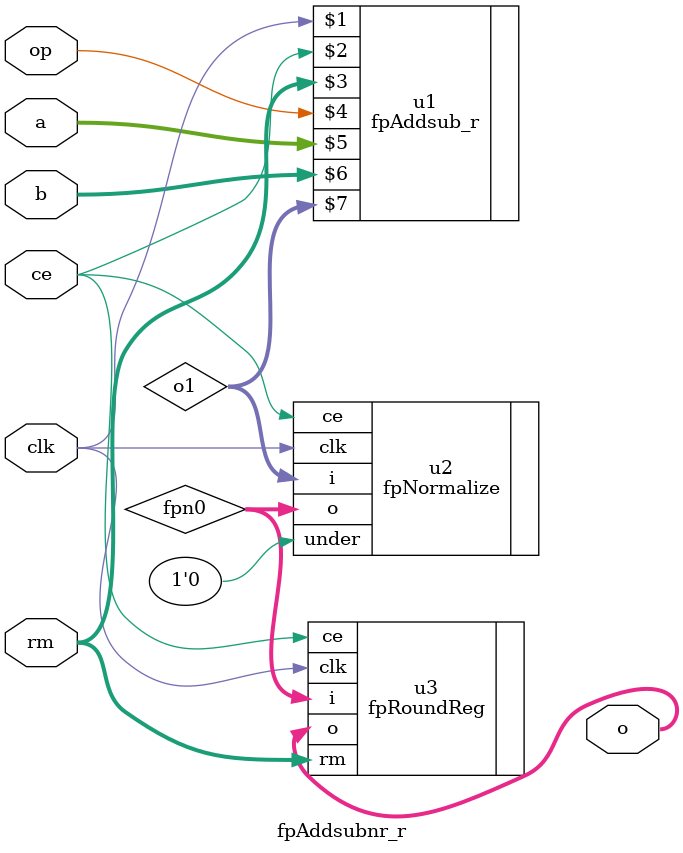
<source format=v>
`timescale 1ns / 1ps

module fpAddsub(clk, ce, rm, op, a, b, o);
parameter FPWID = 128;
localparam MSB = FPWID-1;
localparam EMSB = FPWID==128 ? 14 :
                  FPWID==96 ? 14 :
                  FPWID==80 ? 14 :
                  FPWID==64 ? 10 :
				  FPWID==52 ? 10 :
				  FPWID==48 ? 11 :
				  FPWID==44 ? 10 :
				  FPWID==42 ? 10 :
				  FPWID==40 ?  9 :
				  FPWID==32 ?  7 :
				  FPWID==24 ?  6 : 4;
localparam FMSB = FPWID==128 ? 111 :
                  FPWID==96 ? 79 :
                  FPWID==80 ? 63 :
                  FPWID==64 ? 51 :
				  FPWID==52 ? 39 :
				  FPWID==48 ? 34 :
				  FPWID==44 ? 31 :
				  FPWID==42 ? 29 :
				  FPWID==40 ? 28 :
				  FPWID==32 ? 22 :
				  FPWID==24 ? 15 : 9;

localparam FX = (FMSB+2)*2-1;	// the MSB of the expanded fraction
localparam EX = FX + 1 + EMSB + 1 + 1 - 1;

input clk;		// system clock
input ce;		// core clock enable
input [2:0] rm;	// rounding mode
input op;		// operation 0 = add, 1 = subtract
input [FPWID-1:0] a;	// operand a
input [FPWID-1:0] b;	// operand b
output [EX:0] o;	// output

wire so;			// sign output
wire [EMSB:0] xo;	// de normalized exponent output
wire [FX:0] mo;	// mantissa output

assign o = {so,xo,mo};

// - - - - - - - - - - - - - - - - - - - - - - - - - - - - - - - - - - - - - - 
// Clock edge #1
// - Decompose inputs into more digestible values.
// - - - - - - - - - - - - - - - - - - - - - - - - - - - - - - - - - - - - - - 
wire [FPWID-1:0] a1;
wire [FPWID-1:0] b1;
wire sa1, sb1;
wire [EMSB:0] xa1, xb1;
wire [FMSB:0] ma1, mb1;
wire [FMSB+1:0] fracta1, fractb1;
wire adn1, bdn1;		// a,b denormalized ?
wire xaInf1, xbInf1;
wire aInf1, bInf1;
wire aNan1, bNan1;
wire az1, bz1;	// operand a,b is zero
reg op1;

fpDecompReg #(FPWID) u1a (.clk(clk), .ce(ce), .i(a), .o(a1), .sgn(sa1), .exp(xa1), .man(ma1), .fract(fracta1), .xz(adn1), .vz(az1), .xinf(xaInf1), .inf(aInf1), .nan(aNan1) );
fpDecompReg #(FPWID) u1b (.clk(clk), .ce(ce), .i(b), .o(b1), .sgn(sb1), .exp(xb1), .man(mb1), .fract(fractb1), .xz(bdn1), .vz(bz1), .xinf(xbInf1), .inf(bInf1), .nan(bNan1) );
delay1 #(1)  dop1(.clk(clk), .ce(ce), .i(op), .o(op1) );

// - - - - - - - - - - - - - - - - - - - - - - - - - - - - - - - - - - - - - - 
// Clock edge #2
// - - - - - - - - - - - - - - - - - - - - - - - - - - - - - - - - - - - - - - 
reg xabeq2;
reg mabeq2;
reg anbz2;
reg xabInf2;
wire [EMSB:0] xa2, xb2;
wire [FMSB:0] ma2, mb2;
// operands sign,exponent,mantissa
wire [FMSB+1:0] fracta2, fractb2;
wire az2, bz2;	// operand a,b is zero
reg xa_gt_xb2;
reg var2;
reg [EMSB:0] xad2;
reg [EMSB:0] xbd2;
reg realOp2;

delay1 #(EMSB+1)  dxa2(.clk(clk), .ce(ce), .i(xa1), .o(xa2) );
delay1 #(EMSB+1)  dxb2(.clk(clk), .ce(ce), .i(xb1), .o(xb2) );
delay1 #(FMSB+1)  dma2(.clk(clk), .ce(ce), .i(ma1), .o(ma2) );
delay1 #(FMSB+1)  dmb2(.clk(clk), .ce(ce), .i(mb1), .o(mb2) );
delay1 #(1)  daz2(.clk(clk), .ce(ce), .i(az1), .o(az2) );
delay1 #(1)  dbz2(.clk(clk), .ce(ce), .i(bz1), .o(bz2) );
delay1 #(FMSB+2)  dfracta2(.clk(clk), .ce(ce), .i(fracta1), .o(fracta2) );
delay1 #(FMSB+2)  dfractb2(.clk(clk), .ce(ce), .i(fractb1), .o(fractb2) );

always @(posedge clk)
	if (ce) xa_gt_xb2 <= xa1 > xb1;
always @(posedge clk)
	if (ce) var2 <= (xa1==xb1 && ma1 > mb1);
always @(posedge clk)
	if (ce) xad2 <= xa1|adn1;	// operand a exponent, compensated for denormalized numbers
always @(posedge clk)
	if (ce) xbd2 <= xb1|bdn1;	// operand b exponent, compensated for denormalized numbers
always @(posedge clk)
	if (ce) xabeq2 <= xa1==xb1;
always @(posedge clk)
	if (ce) mabeq2 <= ma1==mb1;
always @(posedge clk)
	if (ce) anbz2 <= az1 & bz1;
always @(posedge clk)
	if (ce) xabInf2 <= xaInf1 & xbInf1;
always @(posedge clk)
	if (ce) anbInf2 <= aInf1 & bInf1;

// Figure out which operation is really needed an add or
// subtract ?
// If the signs are the same, use the orignal op,
// otherwise flip the operation
//  a +  b = add,+
//  a + -b = sub, so of larger
// -a +  b = sub, so of larger
// -a + -b = add,-
//  a -  b = sub, so of larger
//  a - -b = add,+
// -a -  b = add,-
// -a - -b = sub, so of larger
always @(posedge clk)
	if (ce) realOp2 <= op1 ^ sa1 ^ sb1;

// - - - - - - - - - - - - - - - - - - - - - - - - - - - - - - - - - - - - - - 
// Clock edge #3
// - - - - - - - - - - - - - - - - - - - - - - - - - - - - - - - - - - - - - - 
wire [EMSB:0] xa3, xb3;
reg xa_gt_xb3;
reg x_gt_b3;
reg xabInf3;
wire sa3,sb3;
wire op3;
wire [2:0] rm3;
reg [EMSB:0] xdiff3;
// which has greater magnitude ? Used for sign calc
reg a_gt_b3;
reg resZero3;
reg [FMSB+1:0] mfs3;

delay1 #(EMSB+1)  dxa3(.clk(clk), .ce(ce), .i(xa2), .o(xa3));
delay1 #(EMSB+1)  dxb3(.clk(clk), .ce(ce), .i(xb2), .o(xb3));
delay1 #(1) dxabInf2(.clk(clk), .ce(ce), .i(xabInf2), .o(xabInf3));
delay1 #(1) dxagtxb2(.clk(clk), .ce(ce), .i(xa_gt_xb2), .o(xa_gt_xb3));
delay2 #(1) dsa2(.clk(clk), .ce(ce), .i(sa1), .o(sa3));
delay2 #(1) dsb2(.clk(clk), .ce(ce), .i(sb1), .o(sb3));
delay2 #(1) dop2(.clk(clk), .ce(ce), .i(op1), .o(op3));
delay3 #(3) drm2(.clk(clk), .ce(ce), .i(rm), .o(rm3));

always @(posedge clk)
	if (ce) a_gt_b3 <= xa_gt_xb2 || var2;
// Find out if the result will be zero.
always @(posedge clk)
	if (ce) resZero3 <= (realOp2 & xabeq2 & mabeq2) |	anbz2;	// subtract, same magnitude, 	both a,b zero

// Compute the difference in exponents, provides shift amount
always @(posedge clk)
	if (ce) xdiff3 <= xa_gt_xb2 ? xad2 - xbd2 : xbd2 - xad2;
// determine which fraction to denormalize
always @(posedge clk)
	if (ce) mfs3 <= xa_gt_xb2 ? fractb2 : fracta2;

// - - - - - - - - - - - - - - - - - - - - - - - - - - - - - - - - - - - - - - 
// Clock edge #4
// Compute output exponent
//
// The output exponent is the larger of the two exponents, unless a subtract
// operation is in progress and the two numbers are equal, in which case the
// exponent should be zero.
// - - - - - - - - - - - - - - - - - - - - - - - - - - - - - - - - - - - - - - 
reg [EMSB:0] xdif4;
wire [FMSB+1:0] mfs4;
reg [EMSB:0] xo4;	// de normalized exponent output

always @(posedge clk)
	if (ce) xo4 <= xabInf3 ? xa3 : resZero3 ? {EMSB+1{1'b0}} : xa_gt_xb3 ? xa3 : xb3;

// Compute output sign
always @(posedge clk)
if (ce)
	case ({resZero3,sa3,op3,sb3})	// synopsys full_case parallel_case
	4'b0000: so4 <= 0;			// + + + = +
	4'b0001: so4 <= !a_gt_b3;	// + + - = sign of larger
	4'b0010: so4 <= !a_gt_b3;	// + - + = sign of larger
	4'b0011: so4 <= 0;			// + - - = +
	4'b0100: so4 <= a_gt_b3;		// - + + = sign of larger
	4'b0101: so4 <= 1;			// - + - = -
	4'b0110: so4 <= 1;			// - - + = -
	4'b0111: so4 <= a_gt_b3;		// - - - = sign of larger
	4'b1000: so4 <= 0;			//  A +  B, sign = +
	4'b1001: so4 <= rm3==3'd3;		//  A + -B, sign = + unless rounding down
	4'b1010: so4 <= rm3==3'd3;		//  A -  B, sign = + unless rounding down
	4'b1011: so4 <= 0;			// +A - -B, sign = +
	4'b1100: so4 <= rm3==3'd3;		// -A +  B, sign = + unless rounding down
	4'b1101: so4 <= 1;			// -A + -B, sign = -
	4'b1110: so4 <= 1;			// -A - +B, sign = -
	4'b1111: so4 <= rm3==3'd3;		// -A - -B, sign = + unless rounding down
	endcase

always @(posedge clk)
if (ce) xdif4 <= xdiff3 > FMSB+3 ? FMSB+3 : xdiff3;
delay1 #(FMSB+2) dmsf3(.clk(clk), .ce(ce), .i(mfs3), .o(mfs4));

// - - - - - - - - - - - - - - - - - - - - - - - - - - - - - - - - - - - - - - 
// Clock edge #5
// Determine the sticky bit
// - - - - - - - - - - - - - - - - - - - - - - - - - - - - - - - - - - - - - - 
wire [EMSB:0] xdif5;
wire [FMSB+1:0] mfs5;
wire sticky, sticky5;

// register inputs to shifter and shift
delay1 #(1)      dstky4(.clk(clk), .ce(ce), .i(sticky), .o(sticky5) );
delay1 #(EMSB+1) dxdif4(.clk(clk), .ce(ce), .i(xdif4), .o(xdif5) );
delay1 #(FMSB+2) dmsf4(.clk(clk), .ce(ce), .i(mfs4), .o(mfs5));

generate
begin
if (FPWID==128)
    redor128 u1 (.a(xdif4), .b({mfs4,2'b0}), .o(sticky) );
else if (FPWID==96)
    redor96 u1 (.a(xdif4), .b({mfs4,2'b0}), .o(sticky) );
else if (FPWID==80)
    redor80 u1 (.a(xdif4), .b({mfs4,2'b0}), .o(sticky) );
else if (FPWID==64)
    redor64 u1 (.a(xdif4), .b({mfs4,2'b0}), .o(sticky) );
else if (FPWID==32)
    redor32 u1 (.a(xdif4), .b({mfs4,2'b0}), .o(sticky) );
end
endgenerate

// - - - - - - - - - - - - - - - - - - - - - - - - - - - - - - - - - - - - - - 
// Clock edge #6
// Shift
// - - - - - - - - - - - - - - - - - - - - - - - - - - - - - - - - - - - - - - 
reg [FMSB+3:0] md6;
wire xa_gt_xb6;
wire [FMSB+1:0] fracta6, fractb6;

delay3 #(1) dxagtxb5(.clk(clk), .ce(ce), .i(xa_gt_xb3), .o(xa_gt_xb6));
delay4 #(FMSB+2)  dfracta5(.clk(clk), .ce(ce), .i(fracta2), .o(fracta6) );
delay4 #(FMSB+2)  dfractb5(.clk(clk), .ce(ce), .i(fractb2), .o(fractb6) );

always @(posedge clk)
	if (ce) md6 <= ({mfs5,2'b0} >> xdif5)|sticky5;

// - - - - - - - - - - - - - - - - - - - - - - - - - - - - - - - - - - - - - - 
// Clock edge #7
// Sort operands
// addition can generate an extra bit, subtract can't go negative
// - - - - - - - - - - - - - - - - - - - - - - - - - - - - - - - - - - - - - - 
reg [FMSB+3:0] oa7;
reg [FMSB+3:0] ob7;
wire a_gt_b7;

delay4 #(1) dagtb5(.clk(clk), .ce(ce), .i(a_gt_b3), .o(a_gt_b7));

always @(posedge clk)
	if (ce) oa7 <= xa_gt_xb6 ? {fracta6,2'b0} : md6;
always @(posedge clk)
	if (ce) ob7 <= xa_gt_xb6 ? md6 : {fractb6,2'b0};

// - - - - - - - - - - - - - - - - - - - - - - - - - - - - - - - - - - - - - - 
// Clock edge #8
// - - - - - - - - - - - - - - - - - - - - - - - - - - - - - - - - - - - - - - 
reg [FMSB+3:0] oaa8;
reg [FMSB+3:0] obb8;
wire realOp8;
delay6 #(1) drealop7 (.clk(clk), .ce(ce), .i(realOp2), .o(realOp8) );
always @(posedge clk)
	if (ce) oaa8 <= a_gt_b7 ? oa7 : ob7;
always @(posedge clk)
	if (ce) obb8 <= a_gt_b7 ? ob7 : oa7;

// - - - - - - - - - - - - - - - - - - - - - - - - - - - - - - - - - - - - - - 
// Clock edge #9
// perform add/subtract
// - - - - - - - - - - - - - - - - - - - - - - - - - - - - - - - - - - - - - - 
reg [FMSB+4:0] mab9;
wire anbInf9;
wire aNan9, bNan9;
wire op9;
wire [FMSB+1:0] fracta9, fractb9;

delay7 #(1) danbInf7(.clk(clk), .ce(ce), .i(anbInf2), .o(anbInf9));
delay8 #(1) danan8(.clk(clk), .ce(ce), .i(aNan1), .o(aNan9));
delay8 #(1) dbnan8(.clk(clk), .ce(ce), .i(bNan1), .o(bNan9));
delay6 #(1) dop6(.clk(clk), .ce(ce), .i(op3), .o(op9));
delay3 #(FMSB+2)  dfracta8(.clk(clk), .ce(ce), .i(fracta6), .o(fracta9) );
delay3 #(FMSB+2)  dfractb8(.clk(clk), .ce(ce), .i(fractb6), .o(fractb9) );

always @(posedge clk)
	if (ce) mab9 <= realOp8 ? oaa8 - obb8 : oaa8 + obb8;

// - - - - - - - - - - - - - - - - - - - - - - - - - - - - - - - - - - - - - - 
// Clock edge #10
// Final outputs
// - - - - - - - - - - - - - - - - - - - - - - - - - - - - - - - - - - - - - - 
delay6 #(1) dso6(.clk(clk), .ce(ce), .i(so4), .o(so));
delay6 #(EMSB+1) dxo6(.clk(clk), .ce(ce), .i(xo4), .o(xo));

always @(posedge clk)
if (ce)
	casez({anbInf9,aNan9,bNan9})
	3'b1??:		mo <= {1'b0,op9,{FMSB-1{1'b0}},op9,{FMSB{1'b0}}};	// inf +/- inf - generate QNaN on subtract, inf on add
	3'b01?:		mo <= {1'b0,fracta9[FMSB+1:0],{FMSB{1'b0}}};
	3'b001: 	mo <= {1'b0,fractb9[FMSB+1:0],{FMSB{1'b0}}};
	default:	mo <= {mab9,{FMSB-1{1'b0}}};	// mab has an extra lead bit and two trailing bits
	endcase

endmodule

module fpAddsubnr_r(clk, ce, rm, op, a, b, o);
parameter FPWID = 128;
localparam MSB = FPWID-1;
localparam EMSB = FPWID==128 ? 14 :
                  FPWID==96 ? 14 :
                  FPWID==80 ? 14 :
                  FPWID==64 ? 10 :
				  FPWID==52 ? 10 :
				  FPWID==48 ? 11 :
				  FPWID==44 ? 10 :
				  FPWID==42 ? 10 :
				  FPWID==40 ?  9 :
				  FPWID==32 ?  7 :
				  FPWID==24 ?  6 : 4;
localparam FMSB = FPWID==128 ? 111 :
                  FPWID==96 ? 79 :
                  FPWID==80 ? 63 :
                  FPWID==64 ? 51 :
				  FPWID==52 ? 39 :
				  FPWID==48 ? 34 :
				  FPWID==44 ? 31 :
				  FPWID==42 ? 29 :
				  FPWID==40 ? 28 :
				  FPWID==32 ? 22 :
				  FPWID==24 ? 15 : 9;

localparam FX = (FMSB+2)*2-1;	// the MSB of the expanded fraction
localparam EX = FX + 1 + EMSB + 1 + 1 - 1;

input clk;		// system clock
input ce;		// core clock enable
input [2:0] rm;	// rounding mode
input op;		// operation 0 = add, 1 = subtract
input [MSB:0] a;	// operand a
input [MSB:0] b;	// operand b
output [MSB:0] o;	// output

wire [EX:0] o1;
wire [MSB+3:0] fpn0;

fpAddsub_r  #(FPWID) u1 (clk, ce, rm, op, a, b, o1);
fpNormalize #(FPWID) u2(.clk(clk), .ce(ce), .under(1'b0), .i(o1), .o(fpn0) );
fpRoundReg  #(FPWID) u3(.clk(clk), .ce(ce), .rm(rm), .i(fpn0), .o(o) );

endmodule

</source>
